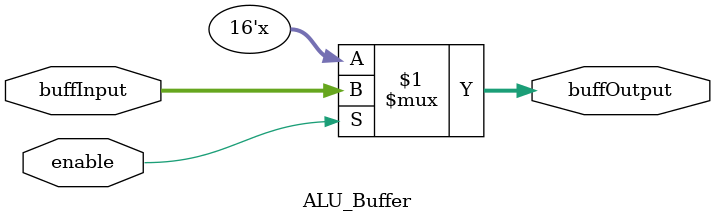
<source format=v>
`timescale 1ns / 1ps
module ALU_Buffer(
    input [15:0] buffInput,
    input enable,
    output [15:0] buffOutput
    );


assign buffOutput = enable? buffInput:16'bzzzzzzzzzzzzzzzz;

endmodule

</source>
